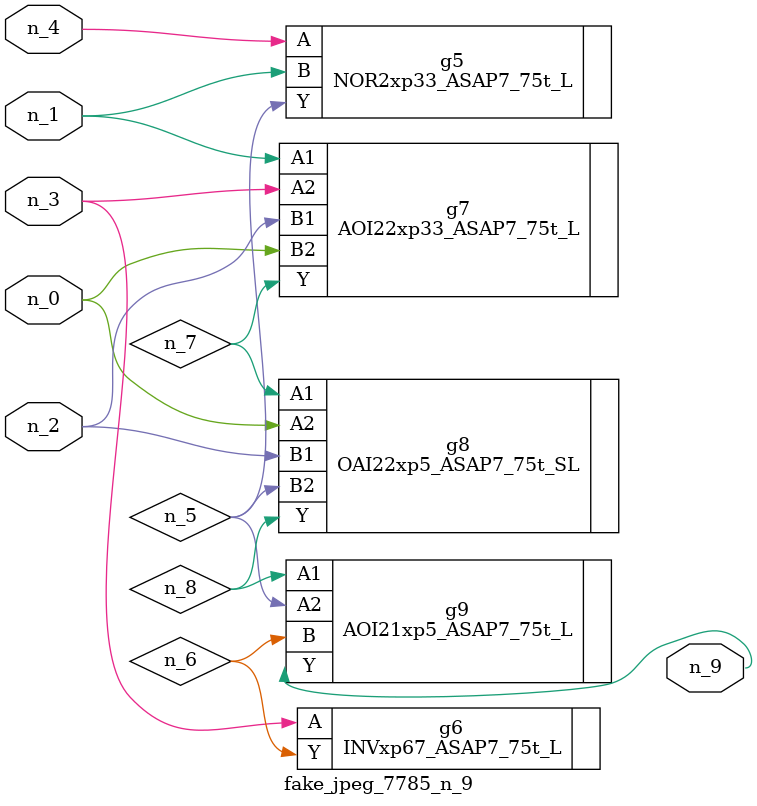
<source format=v>
module fake_jpeg_7785_n_9 (n_3, n_2, n_1, n_0, n_4, n_9);

input n_3;
input n_2;
input n_1;
input n_0;
input n_4;

output n_9;

wire n_8;
wire n_6;
wire n_5;
wire n_7;

NOR2xp33_ASAP7_75t_L g5 ( 
.A(n_4),
.B(n_1),
.Y(n_5)
);

INVxp67_ASAP7_75t_L g6 ( 
.A(n_3),
.Y(n_6)
);

AOI22xp33_ASAP7_75t_L g7 ( 
.A1(n_1),
.A2(n_3),
.B1(n_2),
.B2(n_0),
.Y(n_7)
);

OAI22xp5_ASAP7_75t_SL g8 ( 
.A1(n_7),
.A2(n_0),
.B1(n_2),
.B2(n_5),
.Y(n_8)
);

AOI21xp5_ASAP7_75t_L g9 ( 
.A1(n_8),
.A2(n_5),
.B(n_6),
.Y(n_9)
);


endmodule
</source>
